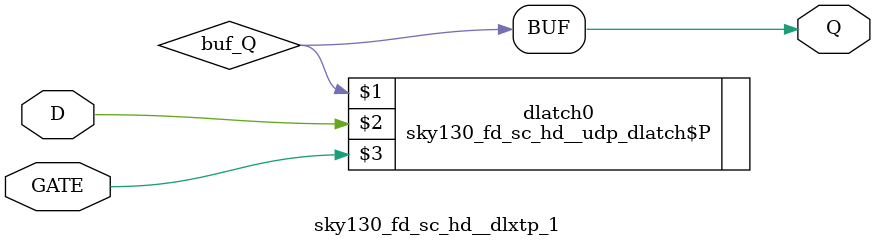
<source format=v>
/*
 * Copyright 2020 The SkyWater PDK Authors
 *
 * Licensed under the Apache License, Version 2.0 (the "License");
 * you may not use this file except in compliance with the License.
 * You may obtain a copy of the License at
 *
 *     https://www.apache.org/licenses/LICENSE-2.0
 *
 * Unless required by applicable law or agreed to in writing, software
 * distributed under the License is distributed on an "AS IS" BASIS,
 * WITHOUT WARRANTIES OR CONDITIONS OF ANY KIND, either express or implied.
 * See the License for the specific language governing permissions and
 * limitations under the License.
 *
 * SPDX-License-Identifier: Apache-2.0
*/


`ifndef SKY130_FD_SC_HD__DLXTP_1_FUNCTIONAL_V
`define SKY130_FD_SC_HD__DLXTP_1_FUNCTIONAL_V

/**
 * dlxtp: Delay latch, non-inverted enable, single output.
 *
 * Verilog simulation functional model.
 */

`timescale 1ns / 1ps
`default_nettype none

// Import user defined primitives.
`include "../../models/udp_dlatch_p/sky130_fd_sc_hd__udp_dlatch_p.v"

`celldefine
module sky130_fd_sc_hd__dlxtp_1 (
    Q   ,
    D   ,
    GATE
);

    // Module ports
    output Q   ;
    input  D   ;
    input  GATE;

    // Local signals
    wire buf_Q;

    //                            Name     Output  Other arguments
    sky130_fd_sc_hd__udp_dlatch$P dlatch0 (buf_Q , D, GATE        );
    buf                           buf0    (Q     , buf_Q          );

endmodule
`endcelldefine

`default_nettype wire
`endif  // SKY130_FD_SC_HD__DLXTP_1_FUNCTIONAL_V

</source>
